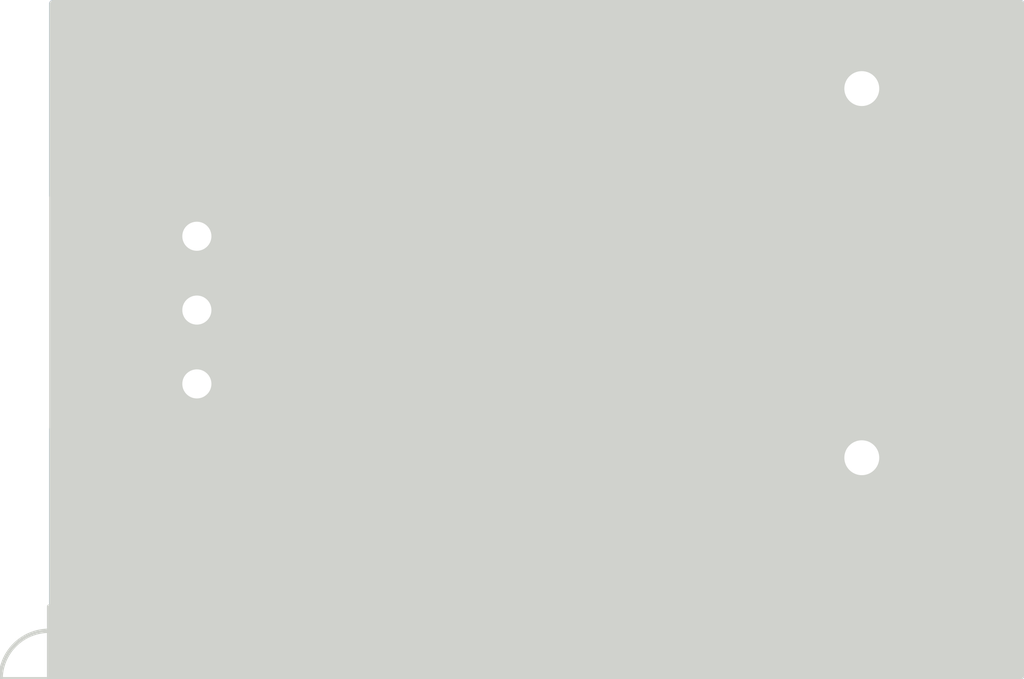
<source format=kicad_pcb>
(kicad_pcb (version 20171130) (host pcbnew "(5.0.0)")

  (general
    (thickness 1.6)
    (drawings 5)
    (tracks 13)
    (zones 0)
    (modules 3)
    (nets 4)
  )

  (page A4)
  (layers
    (0 F.Cu signal)
    (31 B.Cu signal)
    (32 B.Adhes user)
    (33 F.Adhes user)
    (34 B.Paste user)
    (35 F.Paste user)
    (36 B.SilkS user)
    (37 F.SilkS user)
    (38 B.Mask user)
    (39 F.Mask user)
    (40 Dwgs.User user)
    (41 Cmts.User user)
    (42 Eco1.User user)
    (43 Eco2.User user)
    (44 Edge.Cuts user hide)
    (45 Margin user)
    (46 B.CrtYd user)
    (47 F.CrtYd user)
    (48 B.Fab user)
    (49 F.Fab user)
  )

  (setup
    (last_trace_width 0.5)
    (trace_clearance 0.4)
    (zone_clearance 0.508)
    (zone_45_only no)
    (trace_min 0.2)
    (segment_width 0.2)
    (edge_width 0.15)
    (via_size 1.6)
    (via_drill 0.8)
    (via_min_size 0.4)
    (via_min_drill 0.3)
    (uvia_size 0.6)
    (uvia_drill 0.2)
    (uvias_allowed no)
    (uvia_min_size 0.2)
    (uvia_min_drill 0.1)
    (pcb_text_width 0.3)
    (pcb_text_size 1.5 1.5)
    (mod_edge_width 0.15)
    (mod_text_size 1 1)
    (mod_text_width 0.15)
    (pad_size 1.524 1.524)
    (pad_drill 0.762)
    (pad_to_mask_clearance 0.2)
    (aux_axis_origin 0 0)
    (visible_elements 7FFFFFFF)
    (pcbplotparams
      (layerselection 0x010fc_ffffffff)
      (usegerberextensions false)
      (usegerberattributes false)
      (usegerberadvancedattributes false)
      (creategerberjobfile false)
      (excludeedgelayer true)
      (linewidth 0.100000)
      (plotframeref false)
      (viasonmask false)
      (mode 1)
      (useauxorigin false)
      (hpglpennumber 1)
      (hpglpenspeed 20)
      (hpglpendiameter 15.000000)
      (psnegative false)
      (psa4output false)
      (plotreference true)
      (plotvalue true)
      (plotinvisibletext false)
      (padsonsilk false)
      (subtractmaskfromsilk false)
      (outputformat 1)
      (mirror false)
      (drillshape 1)
      (scaleselection 1)
      (outputdirectory ""))
  )

  (net 0 "")
  (net 1 GND)
  (net 2 /SIG)
  (net 3 +3V3)

  (net_class Default "Ceci est la Netclass par défaut."
    (clearance 0.4)
    (trace_width 0.5)
    (via_dia 1.6)
    (via_drill 0.8)
    (uvia_dia 0.6)
    (uvia_drill 0.2)
    (add_net +3V3)
    (add_net /SIG)
    (add_net GND)
  )

  (module "mes empreintes cathy:TEMT6000X01" (layer B.Cu) (tedit 5C0145E9) (tstamp 5C110DCA)
    (at 125.476 45.212 270)
    (path /5BFFD508)
    (attr smd)
    (fp_text reference "" (at -1.38283 1.60716 270) (layer B.SilkS)
      (effects (font (size 0.480705 0.480705) (thickness 0.05)) (justify mirror))
    )
    (fp_text value "" (at -1.07775 -1.59779 270) (layer B.SilkS)
      (effects (font (size 0.48078 0.48078) (thickness 0.05)) (justify mirror))
    )
    (fp_circle (center -3 0.7) (end -2.9 0.7) (layer Dwgs.User) (width 0.2))
    (fp_circle (center -3 0.7) (end -2.9 0.7) (layer B.SilkS) (width 0.2))
    (pad 3 smd rect (at 1.755 0 270) (size 1.1 1) (layers B.Cu B.Paste B.Mask)
      (net 3 +3V3))
    (pad 2 smd rect (at -1.755 -0.55 270) (size 1.1 0.8) (layers B.Cu B.Paste B.Mask))
    (pad 1 smd rect (at -1.755 0.55 270) (size 1.1 0.8) (layers B.Cu B.Paste B.Mask)
      (net 2 /SIG))
  )

  (module Pin_Headers:Pin_Header_Straight_1x03_Pitch2.54mm (layer F.Cu) (tedit 5BFFD7ED) (tstamp 5C110DB5)
    (at 112.776 42.672)
    (descr "Through hole straight pin header, 1x03, 2.54mm pitch, single row")
    (tags "Through hole pin header THT 1x03 2.54mm single row")
    (path /5BFFD704)
    (fp_text reference Conn1 (at 0 -2.39) (layer F.SilkS)
      (effects (font (size 1 1) (thickness 0.15)))
    )
    (fp_text value Conn_01x03_Male (at 0 7.47) (layer F.Fab)
      (effects (font (size 1 1) (thickness 0.15)))
    )
    (fp_line (start -1.27 -1.27) (end -1.27 6.35) (layer F.Fab) (width 0.1))
    (fp_line (start -1.27 6.35) (end 1.27 6.35) (layer F.Fab) (width 0.1))
    (fp_line (start 1.27 6.35) (end 1.27 -1.27) (layer F.Fab) (width 0.1))
    (fp_line (start 1.27 -1.27) (end -1.27 -1.27) (layer F.Fab) (width 0.1))
    (fp_line (start -1.39 1.27) (end -1.39 6.47) (layer F.SilkS) (width 0.12))
    (fp_line (start -1.39 6.47) (end 1.39 6.47) (layer F.SilkS) (width 0.12))
    (fp_line (start 1.39 6.47) (end 1.39 1.27) (layer F.SilkS) (width 0.12))
    (fp_line (start 1.39 1.27) (end -1.39 1.27) (layer F.SilkS) (width 0.12))
    (fp_line (start -1.39 0) (end -1.39 -1.39) (layer F.SilkS) (width 0.12))
    (fp_line (start -1.39 -1.39) (end 0 -1.39) (layer F.SilkS) (width 0.12))
    (fp_line (start -1.6 -1.6) (end -1.6 6.6) (layer F.CrtYd) (width 0.05))
    (fp_line (start -1.6 6.6) (end 1.6 6.6) (layer F.CrtYd) (width 0.05))
    (fp_line (start 1.6 6.6) (end 1.6 -1.6) (layer F.CrtYd) (width 0.05))
    (fp_line (start 1.6 -1.6) (end -1.6 -1.6) (layer F.CrtYd) (width 0.05))
    (pad 1 thru_hole rect (at 0 0) (size 1.7 1.7) (drill 1) (layers *.Cu *.Mask)
      (net 1 GND))
    (pad 2 thru_hole oval (at 0 2.54) (size 1.7 1.7) (drill 1) (layers *.Cu *.Mask)
      (net 2 /SIG))
    (pad 3 thru_hole oval (at 0 5.08) (size 1.7 1.7) (drill 1) (layers *.Cu *.Mask)
      (net 3 +3V3))
    (model Pin_Headers.3dshapes/Pin_Header_Straight_1x03_Pitch2.54mm.wrl
      (offset (xyz 0 -2.539999961853027 0))
      (scale (xyz 1 1 1))
      (rotate (xyz 0 0 90))
    )
  )

  (module Resistors_THT:R_Axial_DIN0411_L9.9mm_D3.6mm_P12.70mm_Horizontal (layer F.Cu) (tedit 5874F706) (tstamp 5C111015)
    (at 135.636 50.292 90)
    (descr "Resistor, Axial_DIN0411 series, Axial, Horizontal, pin pitch=12.7mm, 1W = 1/1W, length*diameter=9.9*3.6mm^2")
    (tags "Resistor Axial_DIN0411 series Axial Horizontal pin pitch 12.7mm 1W = 1/1W length 9.9mm diameter 3.6mm")
    (path /5BFFD87D)
    (fp_text reference R1 (at -3.048 0 180) (layer F.SilkS)
      (effects (font (size 1 1) (thickness 0.15)))
    )
    (fp_text value 10k (at 6.35 2.86 90) (layer F.Fab)
      (effects (font (size 1 1) (thickness 0.15)))
    )
    (fp_line (start 1.4 -1.8) (end 1.4 1.8) (layer F.Fab) (width 0.1))
    (fp_line (start 1.4 1.8) (end 11.3 1.8) (layer F.Fab) (width 0.1))
    (fp_line (start 11.3 1.8) (end 11.3 -1.8) (layer F.Fab) (width 0.1))
    (fp_line (start 11.3 -1.8) (end 1.4 -1.8) (layer F.Fab) (width 0.1))
    (fp_line (start 0 0) (end 1.4 0) (layer F.Fab) (width 0.1))
    (fp_line (start 12.7 0) (end 11.3 0) (layer F.Fab) (width 0.1))
    (fp_line (start 1.34 -1.38) (end 1.34 -1.86) (layer F.SilkS) (width 0.12))
    (fp_line (start 1.34 -1.86) (end 11.36 -1.86) (layer F.SilkS) (width 0.12))
    (fp_line (start 11.36 -1.86) (end 11.36 -1.38) (layer F.SilkS) (width 0.12))
    (fp_line (start 1.34 1.38) (end 1.34 1.86) (layer F.SilkS) (width 0.12))
    (fp_line (start 1.34 1.86) (end 11.36 1.86) (layer F.SilkS) (width 0.12))
    (fp_line (start 11.36 1.86) (end 11.36 1.38) (layer F.SilkS) (width 0.12))
    (fp_line (start -1.45 -2.15) (end -1.45 2.15) (layer F.CrtYd) (width 0.05))
    (fp_line (start -1.45 2.15) (end 14.15 2.15) (layer F.CrtYd) (width 0.05))
    (fp_line (start 14.15 2.15) (end 14.15 -2.15) (layer F.CrtYd) (width 0.05))
    (fp_line (start 14.15 -2.15) (end -1.45 -2.15) (layer F.CrtYd) (width 0.05))
    (pad 1 thru_hole circle (at 0 0 90) (size 2.4 2.4) (drill 1.2) (layers *.Cu *.Mask)
      (net 2 /SIG))
    (pad 2 thru_hole oval (at 12.7 0 90) (size 2.4 2.4) (drill 1.2) (layers *.Cu *.Mask)
      (net 1 GND))
    (model Resistors_THT.3dshapes/R_Axial_DIN0411_L9.9mm_D3.6mm_P12.70mm_Horizontal.wrl
      (at (xyz 0 0 0))
      (scale (xyz 0.393701 0.393701 0.393701))
      (rotate (xyz 0 0 0))
    )
  )

  (target plus (at 107.696 57.912) (size 5) (width 0.15) (layer Edge.Cuts))
  (gr_text 3V3 (at 109.728 47.752) (layer B.Cu)
    (effects (font (size 1 1) (thickness 0.2)) (justify mirror))
  )
  (gr_text SIG (at 109.728 45.212) (layer B.Cu)
    (effects (font (size 1 1) (thickness 0.2)) (justify mirror))
  )
  (gr_text GND (at 109.728 42.672) (layer B.Cu)
    (effects (font (size 1 1) (thickness 0.2)) (justify mirror))
  )
  (gr_text "Light sensor" (at 124.968 54.356) (layer B.Cu)
    (effects (font (size 1.5 1.5) (thickness 0.3)) (justify mirror))
  )

  (segment (start 112.776 45.212) (end 119.126 45.212) (width 0.5) (layer B.Cu) (net 2))
  (segment (start 120.881 43.457) (end 124.926 43.457) (width 0.5) (layer B.Cu) (net 2))
  (segment (start 119.126 45.212) (end 120.881 43.457) (width 0.5) (layer B.Cu) (net 2))
  (segment (start 132.588 50.292) (end 135.636 50.292) (width 0.5) (layer B.Cu) (net 2))
  (segment (start 124.926 42.407) (end 125.677 41.656) (width 0.5) (layer B.Cu) (net 2))
  (segment (start 125.677 41.656) (end 129.54 41.656) (width 0.5) (layer B.Cu) (net 2))
  (segment (start 129.54 41.656) (end 131.572 43.688) (width 0.5) (layer B.Cu) (net 2))
  (segment (start 131.572 43.688) (end 131.572 49.276) (width 0.5) (layer B.Cu) (net 2))
  (segment (start 124.926 43.457) (end 124.926 42.407) (width 0.5) (layer B.Cu) (net 2))
  (segment (start 131.572 49.276) (end 132.588 50.292) (width 0.5) (layer B.Cu) (net 2))
  (segment (start 112.776 47.752) (end 120.904 47.752) (width 0.5) (layer B.Cu) (net 3))
  (segment (start 121.689 46.967) (end 125.476 46.967) (width 0.5) (layer B.Cu) (net 3))
  (segment (start 120.904 47.752) (end 121.689 46.967) (width 0.5) (layer B.Cu) (net 3))

  (zone (net 1) (net_name GND) (layer B.Cu) (tstamp 0) (hatch edge 0.508)
    (connect_pads (clearance 0.508))
    (min_thickness 0.254)
    (fill yes (arc_segments 16) (thermal_gap 0.508) (thermal_bridge_width 0.508))
    (polygon
      (pts
        (xy 107.696 57.912) (xy 141.224 57.912) (xy 141.224 34.544) (xy 107.696 34.544)
      )
    )
    (filled_polygon
      (pts
        (xy 141.097 57.785) (xy 107.823 57.785) (xy 107.823 52.566) (xy 117.183 52.566) (xy 117.183 56.386)
        (xy 132.753 56.386) (xy 132.753 52.566) (xy 117.183 52.566) (xy 107.823 52.566) (xy 107.823 49.317)
        (xy 111.843953 49.317) (xy 111.843953 48.91522) (xy 112.196582 49.150839) (xy 112.629744 49.237) (xy 112.922256 49.237)
        (xy 113.355418 49.150839) (xy 113.846625 48.822625) (xy 113.970656 48.637) (xy 120.816839 48.637) (xy 120.904 48.654337)
        (xy 120.991161 48.637) (xy 120.991165 48.637) (xy 121.24931 48.585652) (xy 121.542049 48.390049) (xy 121.591425 48.316153)
        (xy 122.055579 47.852) (xy 124.436132 47.852) (xy 124.518191 47.974809) (xy 124.728235 48.115157) (xy 124.976 48.16444)
        (xy 125.976 48.16444) (xy 126.223765 48.115157) (xy 126.433809 47.974809) (xy 126.574157 47.764765) (xy 126.62344 47.517)
        (xy 126.62344 46.417) (xy 126.574157 46.169235) (xy 126.433809 45.959191) (xy 126.223765 45.818843) (xy 125.976 45.76956)
        (xy 124.976 45.76956) (xy 124.728235 45.818843) (xy 124.518191 45.959191) (xy 124.436132 46.082) (xy 121.776161 46.082)
        (xy 121.689 46.064663) (xy 121.601839 46.082) (xy 121.601835 46.082) (xy 121.34369 46.133348) (xy 121.124845 46.279576)
        (xy 121.124844 46.279577) (xy 121.050951 46.328951) (xy 121.001577 46.402844) (xy 120.537422 46.867) (xy 113.970656 46.867)
        (xy 113.846625 46.681375) (xy 113.548239 46.482) (xy 113.846625 46.282625) (xy 113.970656 46.097) (xy 119.038839 46.097)
        (xy 119.126 46.114337) (xy 119.213161 46.097) (xy 119.213165 46.097) (xy 119.47131 46.045652) (xy 119.764049 45.850049)
        (xy 119.813425 45.776153) (xy 121.247579 44.342) (xy 123.986132 44.342) (xy 124.068191 44.464809) (xy 124.278235 44.605157)
        (xy 124.526 44.65444) (xy 125.326 44.65444) (xy 125.476 44.624603) (xy 125.626 44.65444) (xy 126.426 44.65444)
        (xy 126.673765 44.605157) (xy 126.883809 44.464809) (xy 127.024157 44.254765) (xy 127.07344 44.007) (xy 127.07344 42.907)
        (xy 127.024157 42.659235) (xy 126.945154 42.541) (xy 129.173422 42.541) (xy 130.687 44.054579) (xy 130.687001 49.188835)
        (xy 130.669663 49.276) (xy 130.738348 49.621309) (xy 130.884576 49.840154) (xy 130.884578 49.840156) (xy 130.933952 49.914049)
        (xy 131.007845 49.963423) (xy 131.900577 50.856156) (xy 131.949951 50.930049) (xy 132.023844 50.979423) (xy 132.023845 50.979424)
        (xy 132.24269 51.125652) (xy 132.500835 51.177) (xy 132.500839 51.177) (xy 132.588 51.194337) (xy 132.675161 51.177)
        (xy 134.016389 51.177) (xy 134.080362 51.331444) (xy 134.596556 51.847638) (xy 135.270996 52.127) (xy 136.001004 52.127)
        (xy 136.675444 51.847638) (xy 137.191638 51.331444) (xy 137.471 50.657004) (xy 137.471 49.926996) (xy 137.191638 49.252556)
        (xy 136.675444 48.736362) (xy 136.001004 48.457) (xy 135.270996 48.457) (xy 134.596556 48.736362) (xy 134.080362 49.252556)
        (xy 134.016389 49.407) (xy 132.954579 49.407) (xy 132.457 48.909422) (xy 132.457 43.775161) (xy 132.474337 43.688)
        (xy 132.457 43.600839) (xy 132.457 43.600835) (xy 132.405652 43.34269) (xy 132.210049 43.049951) (xy 132.136156 43.000577)
        (xy 130.227425 41.091847) (xy 130.178049 41.017951) (xy 129.88531 40.822348) (xy 129.627165 40.771) (xy 129.627161 40.771)
        (xy 129.54 40.753663) (xy 129.452839 40.771) (xy 125.764159 40.771) (xy 125.676999 40.753663) (xy 125.589839 40.771)
        (xy 125.589835 40.771) (xy 125.33169 40.822348) (xy 125.331688 40.822349) (xy 125.331689 40.822349) (xy 125.112845 40.968576)
        (xy 125.112844 40.968577) (xy 125.038951 41.017951) (xy 124.989577 41.091844) (xy 124.361845 41.719577) (xy 124.287952 41.768951)
        (xy 124.238578 41.842844) (xy 124.238576 41.842846) (xy 124.092348 42.061691) (xy 124.023663 42.407) (xy 124.040345 42.490866)
        (xy 123.986132 42.572) (xy 120.968161 42.572) (xy 120.881 42.554663) (xy 120.793839 42.572) (xy 120.793835 42.572)
        (xy 120.53569 42.623348) (xy 120.316845 42.769576) (xy 120.316844 42.769577) (xy 120.242951 42.818951) (xy 120.193577 42.892844)
        (xy 118.759422 44.327) (xy 113.970656 44.327) (xy 113.846625 44.141375) (xy 113.824967 44.126904) (xy 113.985698 44.060327)
        (xy 114.164327 43.881699) (xy 114.261 43.64831) (xy 114.261 42.95775) (xy 114.10225 42.799) (xy 112.903 42.799)
        (xy 112.903 42.819) (xy 112.649 42.819) (xy 112.649 42.799) (xy 112.629 42.799) (xy 112.629 42.545)
        (xy 112.649 42.545) (xy 112.649 41.34575) (xy 112.903 41.34575) (xy 112.903 42.545) (xy 114.10225 42.545)
        (xy 114.261 42.38625) (xy 114.261 41.69569) (xy 114.164327 41.462301) (xy 113.985698 41.283673) (xy 113.752309 41.187)
        (xy 113.06175 41.187) (xy 112.903 41.34575) (xy 112.649 41.34575) (xy 112.49025 41.187) (xy 111.799691 41.187)
        (xy 111.606554 41.267) (xy 107.823 41.267) (xy 107.823 38.003807) (xy 133.847797 38.003807) (xy 134.141508 38.656776)
        (xy 134.662742 39.147642) (xy 135.224195 39.380195) (xy 135.509 39.263432) (xy 135.509 37.719) (xy 135.763 37.719)
        (xy 135.763 39.263432) (xy 136.047805 39.380195) (xy 136.609258 39.147642) (xy 137.130492 38.656776) (xy 137.424203 38.003807)
        (xy 137.307858 37.719) (xy 135.763 37.719) (xy 135.509 37.719) (xy 133.964142 37.719) (xy 133.847797 38.003807)
        (xy 107.823 38.003807) (xy 107.823 37.180193) (xy 133.847797 37.180193) (xy 133.964142 37.465) (xy 135.509 37.465)
        (xy 135.509 35.920568) (xy 135.763 35.920568) (xy 135.763 37.465) (xy 137.307858 37.465) (xy 137.424203 37.180193)
        (xy 137.130492 36.527224) (xy 136.609258 36.036358) (xy 136.047805 35.803805) (xy 135.763 35.920568) (xy 135.509 35.920568)
        (xy 135.224195 35.803805) (xy 134.662742 36.036358) (xy 134.141508 36.527224) (xy 133.847797 37.180193) (xy 107.823 37.180193)
        (xy 107.823 34.671) (xy 141.097 34.671)
      )
    )
  )
  (zone (net 0) (net_name "") (layer Edge.Cuts) (tstamp 0) (hatch edge 0.508)
    (connect_pads (clearance 0.508))
    (min_thickness 0.254)
    (fill yes (arc_segments 16) (thermal_gap 0.508) (thermal_bridge_width 0.508))
    (polygon
      (pts
        (xy 141.224 57.912) (xy 107.696 57.912) (xy 107.696 34.544) (xy 141.224 34.544)
      )
    )
    (filled_polygon
      (pts
        (xy 141.097 57.785) (xy 107.823 57.785) (xy 107.823 34.671) (xy 141.097 34.671)
      )
    )
  )
)

</source>
